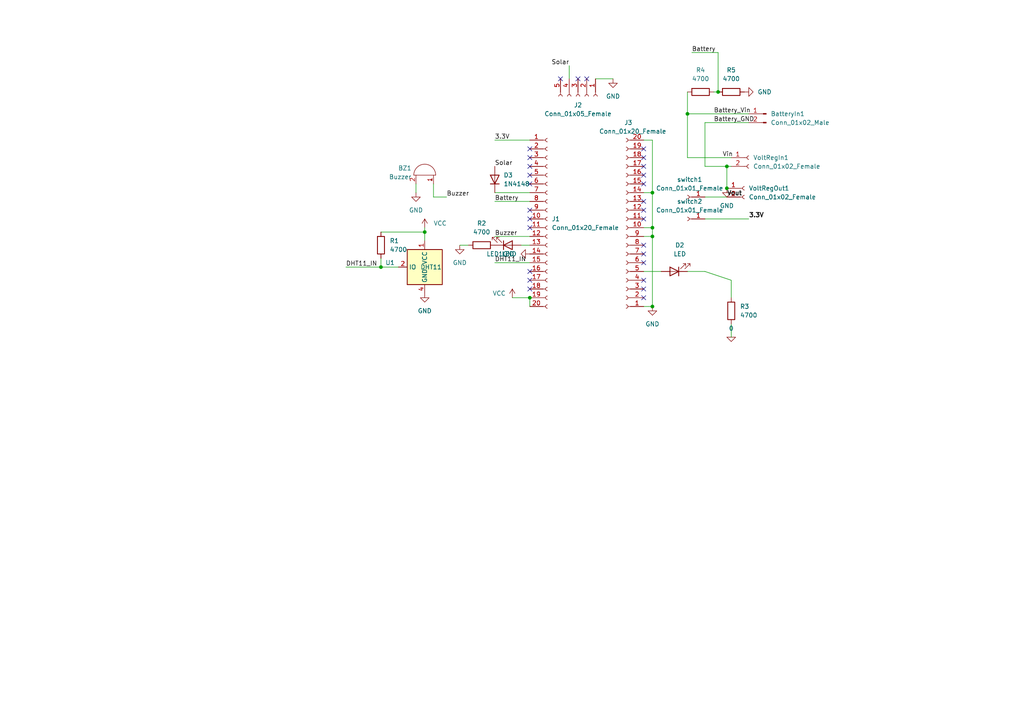
<source format=kicad_sch>
(kicad_sch (version 20211123) (generator eeschema)
  (paper "A4")
  (lib_symbols
    (symbol "Connector:Conn_01x01_Female" (pin_names (offset 1.016) hide)
      (property "Reference" "J" (at 0 2.54 0))
      (property "Value" "Conn_01x01_Female" (at 0 -2.54 0))
      (symbol "Conn_01x01_Female_1_1"
        (polyline (pts (xy -1.27 0) (xy -0.508 0)) (stroke (width 0.1524)))
        (arc (start 0 0.508) (mid -0.508 0) (end 0 -0.508) (stroke (width 0.1524)))
        (pin passive line (at -5.08 0 0) (length 3.81) (name "Pin_1") (number "1"))
      )
    )
    (symbol "Connector:Conn_01x02_Female" (pin_names (offset 1.016) hide)
      (property "Reference" "J" (at 0 2.54 0))
      (property "Value" "Conn_01x02_Female" (at 0 -5.08 0))
      (symbol "Conn_01x02_Female_1_1"
        (arc (start 0 -2.032) (mid -0.508 -2.54) (end 0 -3.048) (stroke (width 0.1524)))
        (polyline (pts (xy -1.27 -2.54) (xy -0.508 -2.54)) (stroke (width 0.1524)))
        (polyline (pts (xy -1.27 0) (xy -0.508 0)) (stroke (width 0.1524)))
        (arc (start 0 0.508) (mid -0.508 0) (end 0 -0.508) (stroke (width 0.1524)))
        (pin passive line (at -5.08 0 0) (length 3.81) (name "Pin_1") (number "1"))
        (pin passive line (at -5.08 -2.54 0) (length 3.81) (name "Pin_2") (number "2"))
      )
    )
    (symbol "Connector:Conn_01x02_Male" (pin_names (offset 1.016) hide)
      (property "Reference" "J" (at 0 2.54 0))
      (property "Value" "Conn_01x02_Male" (at 0 -5.08 0))
      (symbol "Conn_01x02_Male_1_1"
        (polyline (pts (xy 1.27 -2.54) (xy 0.8636 -2.54)) (stroke (width 0.1524)))
        (polyline (pts (xy 1.27 0) (xy 0.8636 0)) (stroke (width 0.1524)))
        (rectangle (start 0.8636 -2.413) (end 0 -2.667) (stroke (width 0.1524)) (fill (type outline)))
        (rectangle (start 0.8636 0.127) (end 0 -0.127) (stroke (width 0.1524)) (fill (type outline)))
        (pin passive line (at 5.08 0 180) (length 3.81) (name "Pin_1") (number "1"))
        (pin passive line (at 5.08 -2.54 180) (length 3.81) (name "Pin_2") (number "2"))
      )
    )
    (symbol "Connector:Conn_01x05_Female" (pin_names (offset 1.016) hide)
      (property "Reference" "J" (at 0 7.62 0))
      (property "Value" "Conn_01x05_Female" (at 0 -7.62 0))
      (symbol "Conn_01x05_Female_1_1"
        (arc (start 0 -4.572) (mid -0.508 -5.08) (end 0 -5.588) (stroke (width 0.1524)))
        (arc (start 0 -2.032) (mid -0.508 -2.54) (end 0 -3.048) (stroke (width 0.1524)))
        (polyline (pts (xy -1.27 -5.08) (xy -0.508 -5.08)) (stroke (width 0.1524)))
        (polyline (pts (xy -1.27 -2.54) (xy -0.508 -2.54)) (stroke (width 0.1524)))
        (polyline (pts (xy -1.27 0) (xy -0.508 0)) (stroke (width 0.1524)))
        (polyline (pts (xy -1.27 2.54) (xy -0.508 2.54)) (stroke (width 0.1524)))
        (polyline (pts (xy -1.27 5.08) (xy -0.508 5.08)) (stroke (width 0.1524)))
        (arc (start 0 0.508) (mid -0.508 0) (end 0 -0.508) (stroke (width 0.1524)))
        (arc (start 0 3.048) (mid -0.508 2.54) (end 0 2.032) (stroke (width 0.1524)))
        (arc (start 0 5.588) (mid -0.508 5.08) (end 0 4.572) (stroke (width 0.1524)))
        (pin passive line (at -5.08 5.08 0) (length 3.81) (name "Pin_1") (number "1"))
        (pin passive line (at -5.08 2.54 0) (length 3.81) (name "Pin_2") (number "2"))
        (pin passive line (at -5.08 0 0) (length 3.81) (name "Pin_3") (number "3"))
        (pin passive line (at -5.08 -2.54 0) (length 3.81) (name "Pin_4") (number "4"))
        (pin passive line (at -5.08 -5.08 0) (length 3.81) (name "Pin_5") (number "5"))
      )
    )
    (symbol "Connector:Conn_01x20_Female" (pin_names (offset 1.016) hide)
      (property "Reference" "J" (at 0 25.4 0))
      (property "Value" "Conn_01x20_Female" (at 0 -27.94 0))
      (symbol "Conn_01x20_Female_1_1"
        (arc (start 0 -24.892) (mid -0.508 -25.4) (end 0 -25.908) (stroke (width 0.1524)))
        (arc (start 0 -22.352) (mid -0.508 -22.86) (end 0 -23.368) (stroke (width 0.1524)))
        (arc (start 0 -19.812) (mid -0.508 -20.32) (end 0 -20.828) (stroke (width 0.1524)))
        (arc (start 0 -17.272) (mid -0.508 -17.78) (end 0 -18.288) (stroke (width 0.1524)))
        (arc (start 0 -14.732) (mid -0.508 -15.24) (end 0 -15.748) (stroke (width 0.1524)))
        (arc (start 0 -12.192) (mid -0.508 -12.7) (end 0 -13.208) (stroke (width 0.1524)))
        (arc (start 0 -9.652) (mid -0.508 -10.16) (end 0 -10.668) (stroke (width 0.1524)))
        (arc (start 0 -7.112) (mid -0.508 -7.62) (end 0 -8.128) (stroke (width 0.1524)))
        (arc (start 0 -4.572) (mid -0.508 -5.08) (end 0 -5.588) (stroke (width 0.1524)))
        (arc (start 0 -2.032) (mid -0.508 -2.54) (end 0 -3.048) (stroke (width 0.1524)))
        (polyline (pts (xy -1.27 -25.4) (xy -0.508 -25.4)) (stroke (width 0.1524)))
        (polyline (pts (xy -1.27 -22.86) (xy -0.508 -22.86)) (stroke (width 0.1524)))
        (polyline (pts (xy -1.27 -20.32) (xy -0.508 -20.32)) (stroke (width 0.1524)))
        (polyline (pts (xy -1.27 -17.78) (xy -0.508 -17.78)) (stroke (width 0.1524)))
        (polyline (pts (xy -1.27 -15.24) (xy -0.508 -15.24)) (stroke (width 0.1524)))
        (polyline (pts (xy -1.27 -12.7) (xy -0.508 -12.7)) (stroke (width 0.1524)))
        (polyline (pts (xy -1.27 -10.16) (xy -0.508 -10.16)) (stroke (width 0.1524)))
        (polyline (pts (xy -1.27 -7.62) (xy -0.508 -7.62)) (stroke (width 0.1524)))
        (polyline (pts (xy -1.27 -5.08) (xy -0.508 -5.08)) (stroke (width 0.1524)))
        (polyline (pts (xy -1.27 -2.54) (xy -0.508 -2.54)) (stroke (width 0.1524)))
        (polyline (pts (xy -1.27 0) (xy -0.508 0)) (stroke (width 0.1524)))
        (polyline (pts (xy -1.27 2.54) (xy -0.508 2.54)) (stroke (width 0.1524)))
        (polyline (pts (xy -1.27 5.08) (xy -0.508 5.08)) (stroke (width 0.1524)))
        (polyline (pts (xy -1.27 7.62) (xy -0.508 7.62)) (stroke (width 0.1524)))
        (polyline (pts (xy -1.27 10.16) (xy -0.508 10.16)) (stroke (width 0.1524)))
        (polyline (pts (xy -1.27 12.7) (xy -0.508 12.7)) (stroke (width 0.1524)))
        (polyline (pts (xy -1.27 15.24) (xy -0.508 15.24)) (stroke (width 0.1524)))
        (polyline (pts (xy -1.27 17.78) (xy -0.508 17.78)) (stroke (width 0.1524)))
        (polyline (pts (xy -1.27 20.32) (xy -0.508 20.32)) (stroke (width 0.1524)))
        (polyline (pts (xy -1.27 22.86) (xy -0.508 22.86)) (stroke (width 0.1524)))
        (arc (start 0 0.508) (mid -0.508 0) (end 0 -0.508) (stroke (width 0.1524)))
        (arc (start 0 3.048) (mid -0.508 2.54) (end 0 2.032) (stroke (width 0.1524)))
        (arc (start 0 5.588) (mid -0.508 5.08) (end 0 4.572) (stroke (width 0.1524)))
        (arc (start 0 8.128) (mid -0.508 7.62) (end 0 7.112) (stroke (width 0.1524)))
        (arc (start 0 10.668) (mid -0.508 10.16) (end 0 9.652) (stroke (width 0.1524)))
        (arc (start 0 13.208) (mid -0.508 12.7) (end 0 12.192) (stroke (width 0.1524)))
        (arc (start 0 15.748) (mid -0.508 15.24) (end 0 14.732) (stroke (width 0.1524)))
        (arc (start 0 18.288) (mid -0.508 17.78) (end 0 17.272) (stroke (width 0.1524)))
        (arc (start 0 20.828) (mid -0.508 20.32) (end 0 19.812) (stroke (width 0.1524)))
        (arc (start 0 23.368) (mid -0.508 22.86) (end 0 22.352) (stroke (width 0.1524)))
        (pin passive line (at -5.08 22.86 0) (length 3.81) (name "Pin_1") (number "1"))
        (pin passive line (at -5.08 0 0) (length 3.81) (name "Pin_10") (number "10"))
        (pin passive line (at -5.08 -2.54 0) (length 3.81) (name "Pin_11") (number "11"))
        (pin passive line (at -5.08 -5.08 0) (length 3.81) (name "Pin_12") (number "12"))
        (pin passive line (at -5.08 -7.62 0) (length 3.81) (name "Pin_13") (number "13"))
        (pin passive line (at -5.08 -10.16 0) (length 3.81) (name "Pin_14") (number "14"))
        (pin passive line (at -5.08 -12.7 0) (length 3.81) (name "Pin_15") (number "15"))
        (pin passive line (at -5.08 -15.24 0) (length 3.81) (name "Pin_16") (number "16"))
        (pin passive line (at -5.08 -17.78 0) (length 3.81) (name "Pin_17") (number "17"))
        (pin passive line (at -5.08 -20.32 0) (length 3.81) (name "Pin_18") (number "18"))
        (pin passive line (at -5.08 -22.86 0) (length 3.81) (name "Pin_19") (number "19"))
        (pin passive line (at -5.08 20.32 0) (length 3.81) (name "Pin_2") (number "2"))
        (pin passive line (at -5.08 -25.4 0) (length 3.81) (name "Pin_20") (number "20"))
        (pin passive line (at -5.08 17.78 0) (length 3.81) (name "Pin_3") (number "3"))
        (pin passive line (at -5.08 15.24 0) (length 3.81) (name "Pin_4") (number "4"))
        (pin passive line (at -5.08 12.7 0) (length 3.81) (name "Pin_5") (number "5"))
        (pin passive line (at -5.08 10.16 0) (length 3.81) (name "Pin_6") (number "6"))
        (pin passive line (at -5.08 7.62 0) (length 3.81) (name "Pin_7") (number "7"))
        (pin passive line (at -5.08 5.08 0) (length 3.81) (name "Pin_8") (number "8"))
        (pin passive line (at -5.08 2.54 0) (length 3.81) (name "Pin_9") (number "9"))
      )
    )
    (symbol "Device:Buzzer" (pin_names (offset 0.0254) hide)
      (property "Reference" "BZ" (at 3.81 1.27 0))
      (property "Value" "Buzzer" (at 3.81 -1.27 0))
      (symbol "Buzzer_0_1"
        (arc (start 0 -3.175) (mid 3.175 0) (end 0 3.175))
        (polyline (pts (xy -1.651 1.905) (xy -1.143 1.905)))
        (polyline (pts (xy -1.397 2.159) (xy -1.397 1.651)))
        (polyline (pts (xy 0 3.175) (xy 0 -3.175)))
      )
      (symbol "Buzzer_1_1"
        (pin passive line (at -2.54 2.54 0) (length 2.54) (name "-") (number "1"))
        (pin passive line (at -2.54 -2.54 0) (length 2.54) (name "+") (number "2"))
      )
    )
    (symbol "Device:LED" (pin_numbers hide) (pin_names (offset 1.016) hide)
      (property "Reference" "D" (at 0 2.54 0))
      (property "Value" "LED" (at 0 -2.54 0))
      (symbol "LED_0_1"
        (polyline (pts (xy -1.27 -1.27) (xy -1.27 1.27)) (stroke (width 0.254)))
        (polyline (pts (xy -1.27 0) (xy 1.27 0)))
        (polyline (pts (xy 1.27 -1.27) (xy 1.27 1.27) (xy -1.27 0) (xy 1.27 -1.27)) (stroke (width 0.254)))
        (polyline (pts (xy -3.048 -0.762) (xy -4.572 -2.286) (xy -3.81 -2.286) (xy -4.572 -2.286) (xy -4.572 -1.524)))
        (polyline (pts (xy -1.778 -0.762) (xy -3.302 -2.286) (xy -2.54 -2.286) (xy -3.302 -2.286) (xy -3.302 -1.524)))
      )
      (symbol "LED_1_1"
        (pin passive line (at -3.81 0 0) (length 2.54) (name "K") (number "1"))
        (pin passive line (at 3.81 0 180) (length 2.54) (name "A") (number "2"))
      )
    )
    (symbol "Device:R" (pin_numbers hide) (pin_names (offset 0))
      (property "Reference" "R" (at 2.032 0 90))
      (property "Value" "R" (at 0 0 90))
      (symbol "R_0_1"
        (rectangle (start -1.016 -2.54) (end 1.016 2.54) (stroke (width 0.254)))
      )
      (symbol "R_1_1"
        (pin passive line (at 0 3.81 270) (length 1.27) (name "~") (number "1"))
        (pin passive line (at 0 -3.81 90) (length 1.27) (name "~") (number "2"))
      )
    )
    (symbol "Diode:1N4148" (pin_numbers hide) (pin_names (offset 1.016) hide)
      (property "Reference" "D" (at 0 2.54 0))
      (property "Value" "1N4148" (at 0 -2.54 0))
      (symbol "1N4148_0_1"
        (polyline (pts (xy -1.27 1.27) (xy -1.27 -1.27)) (stroke (width 0.254)))
        (polyline (pts (xy 1.27 0) (xy -1.27 0)))
        (polyline (pts (xy 1.27 1.27) (xy 1.27 -1.27) (xy -1.27 0) (xy 1.27 1.27)) (stroke (width 0.254)))
      )
      (symbol "1N4148_1_1"
        (pin passive line (at -3.81 0 0) (length 2.54) (name "K") (number "1"))
        (pin passive line (at 3.81 0 180) (length 2.54) (name "A") (number "2"))
      )
    )
    (symbol "Sensor:DHT11"
      (property "Reference" "U" (at -3.81 6.35 0))
      (property "Value" "DHT11" (at 3.81 6.35 0))
      (symbol "DHT11_0_1"
        (rectangle (start -5.08 5.08) (end 5.08 -5.08) (stroke (width 0.254)) (fill (type background)))
      )
      (symbol "DHT11_1_1"
        (pin power_in line (at 0 7.62 270) (length 2.54) (name "VCC") (number "1"))
        (pin bidirectional line (at 7.62 0 180) (length 2.54) (name "IO") (number "2"))
        (pin no_connect line (at -5.08 0 0) (length 2.54) hide (name "NC") (number "3"))
        (pin power_in line (at 0 -7.62 90) (length 2.54) (name "GND") (number "4"))
      )
    )
    (symbol "power:GND" (power) (pin_names (offset 0))
      (property "Value" "GND" (at 0 -3.81 0))
      (symbol "GND_0_1"
        (polyline (pts (xy 0 0) (xy 0 -1.27) (xy 1.27 -1.27) (xy 0 -2.54) (xy -1.27 -1.27) (xy 0 -1.27)))
      )
      (symbol "GND_1_1"
        (pin power_in line (at 0 0 270) (length 0) hide (name "GND") (number "1"))
      )
    )
    (symbol "power:VCC" (power) (pin_names (offset 0))
      (property "Value" "VCC" (at 0 3.81 0))
      (symbol "VCC_0_1"
        (polyline (pts (xy -0.762 1.27) (xy 0 2.54)))
        (polyline (pts (xy 0 0) (xy 0 2.54)))
        (polyline (pts (xy 0 2.54) (xy 0.762 1.27)))
      )
      (symbol "VCC_1_1"
        (pin power_in line (at 0 0 90) (length 0) hide (name "VCC") (number "1"))
      )
    )
    (symbol "pspice:0" (power) (pin_names (offset 0))
      (property "Value" "0" (at 0 -1.778 0))
      (symbol "0_0_1"
        (polyline (pts (xy -1.27 0) (xy 0 -1.27) (xy 1.27 0) (xy -1.27 0)))
      )
      (symbol "0_1_1"
        (pin power_in line (at 0 0 0) (length 0) hide (name "0") (number "1"))
      )
    )
  )
  (junction (at 110.49 77.47))
  (junction (at 210.82 48.26))
  (junction (at 189.23 88.9))
  (junction (at 210.82 54.61))
  (junction (at 153.67 86.36))
  (junction (at 189.23 66.04))
  (junction (at 189.23 68.58))
  (junction (at 208.28 26.67))
  (junction (at 123.19 67.31))
  (junction (at 189.23 55.88))
  (junction (at 199.39 33.02))
  (no_connect (at 153.67 81.28))
  (no_connect (at 153.67 78.74))
  (no_connect (at 153.67 66.04))
  (no_connect (at 162.56 22.86))
  (no_connect (at 186.69 86.36))
  (no_connect (at 186.69 83.82))
  (no_connect (at 186.69 50.8))
  (no_connect (at 186.69 48.26))
  (no_connect (at 186.69 45.72))
  (no_connect (at 186.69 43.18))
  (no_connect (at 186.69 60.96))
  (no_connect (at 186.69 58.42))
  (no_connect (at 186.69 53.34))
  (no_connect (at 153.67 43.18))
  (no_connect (at 186.69 76.2))
  (no_connect (at 186.69 73.66))
  (no_connect (at 186.69 71.12))
  (no_connect (at 186.69 81.28))
  (no_connect (at 186.69 63.5))
  (no_connect (at 153.67 83.82))
  (no_connect (at 153.67 53.34))
  (no_connect (at 153.67 50.8))
  (no_connect (at 153.67 48.26))
  (no_connect (at 153.67 45.72))
  (no_connect (at 153.67 63.5))
  (no_connect (at 153.67 60.96))
  (no_connect (at 170.18 22.86))
  (no_connect (at 167.64 22.86))
  (wire (pts (xy 204.47 78.74) (xy 199.39 78.74)))
  (wire (pts (xy 143.51 68.58) (xy 153.67 68.58)))
  (wire (pts (xy 100.33 77.47) (xy 110.49 77.47)))
  (wire (pts (xy 151.13 71.12) (xy 153.67 71.12)))
  (wire (pts (xy 153.67 86.36) (xy 153.67 88.9)))
  (wire (pts (xy 199.39 33.02) (xy 199.39 45.72)))
  (wire (pts (xy 189.23 55.88) (xy 189.23 66.04)))
  (wire (pts (xy 133.35 71.12) (xy 135.89 71.12)))
  (wire (pts (xy 186.69 88.9) (xy 189.23 88.9)))
  (wire (pts (xy 210.82 54.61) (xy 210.82 48.26)))
  (wire (pts (xy 208.28 15.24) (xy 208.28 26.67)))
  (wire (pts (xy 110.49 74.93) (xy 110.49 77.47)))
  (wire (pts (xy 210.82 57.15) (xy 204.47 57.15)))
  (wire (pts (xy 120.65 53.34) (xy 120.65 55.88)))
  (wire (pts (xy 199.39 33.02) (xy 217.17 33.02)))
  (wire (pts (xy 110.49 77.47) (xy 115.57 77.47)))
  (wire (pts (xy 189.23 68.58) (xy 189.23 88.9)))
  (wire (pts (xy 207.01 26.67) (xy 208.28 26.67)))
  (wire (pts (xy 186.69 78.74) (xy 191.77 78.74)))
  (wire (pts (xy 165.1 19.05) (xy 165.1 22.86)))
  (wire (pts (xy 210.82 48.26) (xy 212.09 48.26)))
  (wire (pts (xy 172.72 22.86) (xy 177.8 22.86)))
  (wire (pts (xy 148.59 86.36) (xy 153.67 86.36)))
  (wire (pts (xy 186.69 55.88) (xy 189.23 55.88)))
  (wire (pts (xy 212.09 81.28) (xy 212.09 86.36)))
  (wire (pts (xy 186.69 68.58) (xy 189.23 68.58)))
  (wire (pts (xy 212.09 93.98) (xy 212.09 97.79)))
  (wire (pts (xy 143.51 58.42) (xy 153.67 58.42)))
  (wire (pts (xy 199.39 45.72) (xy 212.09 45.72)))
  (wire (pts (xy 186.69 40.64) (xy 189.23 40.64)))
  (wire (pts (xy 143.51 76.2) (xy 153.67 76.2)))
  (wire (pts (xy 186.69 66.04) (xy 189.23 66.04)))
  (wire (pts (xy 189.23 66.04) (xy 189.23 68.58)))
  (wire (pts (xy 204.47 48.26) (xy 210.82 48.26)))
  (wire (pts (xy 143.51 40.64) (xy 153.67 40.64)))
  (wire (pts (xy 123.19 67.31) (xy 123.19 66.04)))
  (wire (pts (xy 204.47 78.74) (xy 212.09 81.28)))
  (wire (pts (xy 110.49 67.31) (xy 123.19 67.31)))
  (wire (pts (xy 125.73 57.15) (xy 125.73 53.34)))
  (wire (pts (xy 143.51 55.88) (xy 153.67 55.88)))
  (wire (pts (xy 204.47 35.56) (xy 217.17 35.56)))
  (wire (pts (xy 123.19 67.31) (xy 123.19 69.85)))
  (wire (pts (xy 204.47 63.5) (xy 217.17 63.5)))
  (wire (pts (xy 200.66 15.24) (xy 208.28 15.24)))
  (wire (pts (xy 204.47 35.56) (xy 204.47 48.26)))
  (wire (pts (xy 199.39 33.02) (xy 199.39 26.67)))
  (wire (pts (xy 125.73 57.15) (xy 129.54 57.15)))
  (wire (pts (xy 189.23 40.64) (xy 189.23 55.88)))
  (label "Solar" (at 143.51 48.26 0))
  (label "Vout" (at 210.82 57.15 0) (effects (font bold)))
  (label "Vin" (at 209.55 45.72 0))
  (label "Battery" (at 200.66 15.24 0))
  (label "Battery_GND" (at 207.01 35.56 0))
  (label "3.3V" (at 217.17 63.5 0) (effects (font bold)))
  (label "3.3V" (at 143.51 40.64 0))
  (label "DHT11_IN" (at 100.33 77.47 0))
  (label "Battery_Vin" (at 207.01 33.02 0))
  (label "Buzzer" (at 129.54 57.15 0))
  (label "Battery" (at 143.51 58.42 0))
  (label "Solar" (at 165.1 19.05 180))
  (label "DHT11_IN" (at 143.51 76.2 0))
  (label "Buzzer" (at 143.51 68.58 0))
  (symbol (lib_id "Device:LED") (at 147.32 71.12 0) (mirror x) (unit 1)
    (property "Reference" "LED1" (at 143.51 73.66 0))
    (property "Value" "LED" (at 147.32 73.66 0))
    (property "Footprint" "LED_THT:LED_D3.0mm" (effects hide))
  )
  (symbol (lib_id "power:GND") (at 210.82 54.61 0) (unit 1)
    (property "Reference" "#PWR0108" (effects hide))
    (property "Value" "GND" (at 210.82 59.69 0))
  )
  (symbol (lib_id "power:VCC") (at 148.59 86.36 0) (unit 1)
    (property "Reference" "#PWR0101" (effects hide))
    (property "Value" "VCC" (at 144.78 85.09 0))
  )
  (symbol (lib_id "power:GND") (at 133.35 71.12 0) (unit 1)
    (property "Reference" "#PWR0102" (effects hide))
    (property "Value" "GND" (at 133.35 76.2 0))
  )
  (symbol (lib_id "Connector:Conn_01x20_Female") (at 181.61 66.04 180) (unit 1)
    (property "Reference" "J3" (at 182.245 35.56 0))
    (property "Value" "Conn_01x20_Female" (at 183.515 38.1 0))
    (property "Footprint" "Connector_PinSocket_2.54mm:PinSocket_1x20_P2.54mm_Vertical" (effects hide))
  )
  (symbol (lib_id "Connector:Conn_01x01_Female") (at 199.39 63.5 180) (unit 1)
    (property "Reference" "switch2" (at 200.025 58.42 0))
    (property "Value" "Conn_01x01_Female" (at 200.025 60.96 0))
    (property "Footprint" "Connector_PinSocket_2.54mm:PinSocket_1x01_P2.54mm_Vertical" (effects hide))
  )
  (symbol (lib_id "Device:R") (at 203.2 26.67 90) (unit 1)
    (property "Reference" "R4" (at 203.2 20.32 90))
    (property "Value" "4700" (at 203.2 22.86 90))
    (property "Footprint" "Resistor_THT:R_Axial_DIN0207_L6.3mm_D2.5mm_P7.62mm_Horizontal" (effects hide))
  )
  (symbol (lib_id "Connector:Conn_01x20_Female") (at 158.75 63.5 0) (unit 1)
    (property "Reference" "J1" (at 160.02 63.4999 0) (effects (justify left)))
    (property "Value" "Conn_01x20_Female" (at 160.02 66.0399 0) (effects (justify left)))
    (property "Footprint" "Connector_PinSocket_2.54mm:PinSocket_1x20_P2.54mm_Vertical" (effects hide))
  )
  (symbol (lib_id "power:GND") (at 120.65 55.88 0) (unit 1)
    (property "Reference" "#PWR0106" (effects hide))
    (property "Value" "GND" (at 120.65 60.96 0))
  )
  (symbol (lib_id "power:GND") (at 123.19 85.09 0) (unit 1)
    (property "Reference" "#PWR0107" (effects hide))
    (property "Value" "GND" (at 123.19 90.17 0))
  )
  (symbol (lib_id "power:GND") (at 215.9 26.67 90) (unit 1)
    (property "Reference" "#PWR0109" (effects hide))
    (property "Value" "GND" (at 219.71 26.6699 90) (effects (justify right)))
  )
  (symbol (lib_id "power:VCC") (at 123.19 66.04 0) (unit 1)
    (property "Reference" "#PWR0105" (effects hide))
    (property "Value" "VCC" (at 125.73 64.7699 0) (effects (justify left)))
  )
  (symbol (lib_id "Device:Buzzer") (at 123.19 50.8 270) (mirror x) (unit 1)
    (property "Reference" "BZ1" (at 119.38 48.7679 90) (effects (justify right)))
    (property "Value" "Buzzer" (at 119.38 51.3079 90) (effects (justify right)))
    (property "Footprint" "Buzzer_Beeper:Buzzer_12x9.5RM7.6" (effects hide))
  )
  (symbol (lib_id "power:GND") (at 153.67 73.66 270) (unit 1)
    (property "Reference" "#PWR0110" (effects hide))
    (property "Value" "GND" (at 149.86 73.6599 90) (effects (justify right)))
  )
  (symbol (lib_id "Connector:Conn_01x02_Male") (at 222.25 33.02 0) (mirror y) (unit 1)
    (property "Reference" "BatteryIn1" (at 223.52 33.0199 0) (effects (justify right)))
    (property "Value" "Conn_01x02_Male" (at 223.52 35.5599 0) (effects (justify right)))
    (property "Footprint" "Connector_PinHeader_2.54mm:PinHeader_1x02_P2.54mm_Vertical" (effects hide))
  )
  (symbol (lib_id "Connector:Conn_01x02_Female") (at 217.17 45.72 0) (unit 1)
    (property "Reference" "VoltRegIn1" (at 218.44 45.7199 0) (effects (justify left)))
    (property "Value" "Conn_01x02_Female" (at 218.44 48.2599 0) (effects (justify left)))
    (property "Footprint" "Connector_PinSocket_2.54mm:PinSocket_1x02_P2.54mm_Vertical" (effects hide))
  )
  (symbol (lib_id "Device:R") (at 212.09 26.67 90) (unit 1)
    (property "Reference" "R5" (at 212.09 20.32 90))
    (property "Value" "4700" (at 212.09 22.86 90))
    (property "Footprint" "Resistor_THT:R_Axial_DIN0207_L6.3mm_D2.5mm_P7.62mm_Horizontal" (effects hide))
  )
  (symbol (lib_id "Connector:Conn_01x01_Female") (at 199.39 57.15 180) (unit 1)
    (property "Reference" "switch1" (at 200.025 52.07 0))
    (property "Value" "Conn_01x01_Female" (at 200.025 54.61 0))
    (property "Footprint" "Connector_PinSocket_2.54mm:PinSocket_1x01_P2.54mm_Vertical" (effects hide))
  )
  (symbol (lib_id "Diode:1N4148") (at 143.51 52.07 90) (unit 1)
    (property "Reference" "D3" (at 146.05 50.7999 90) (effects (justify right)))
    (property "Value" "1N4148" (at 146.05 53.3399 90) (effects (justify right)))
    (property "Footprint" "Diode_THT:D_DO-35_SOD27_P7.62mm_Horizontal" (effects hide))
    (property "Datasheet" "https://assets.nexperia.com/documents/data-sheet/1N4148_1N4448.pdf" (effects hide))
  )
  (symbol (lib_id "Connector:Conn_01x02_Female") (at 215.9 54.61 0) (unit 1)
    (property "Reference" "VoltRegOut1" (at 217.17 54.6099 0) (effects (justify left)))
    (property "Value" "Conn_01x02_Female" (at 217.17 57.1499 0) (effects (justify left)))
    (property "Footprint" "Connector_PinSocket_2.54mm:PinSocket_1x02_P2.54mm_Vertical" (effects hide))
  )
  (symbol (lib_id "power:GND") (at 189.23 88.9 0) (unit 1)
    (property "Reference" "#PWR0104" (effects hide))
    (property "Value" "GND" (at 189.23 93.98 0))
  )
  (symbol (lib_id "Sensor:DHT11") (at 123.19 77.47 0) (mirror y) (unit 1)
    (property "Reference" "U1" (at 111.76 76.1999 0) (effects (justify right)))
    (property "Value" "DHT11" (at 121.92 77.47 0) (effects (justify right)))
    (property "Footprint" "Sensor:Aosong_DHT11_5.5x12.0_P2.54mm" (effects hide))
    (property "Datasheet" "http://akizukidenshi.com/download/ds/aosong/DHT11.pdf" (effects hide))
  )
  (symbol (lib_id "Device:R") (at 110.49 71.12 0) (unit 1)
    (property "Reference" "R1" (at 113.03 69.8499 0) (effects (justify left)))
    (property "Value" "4700" (at 113.03 72.3899 0) (effects (justify left)))
    (property "Footprint" "Resistor_THT:R_Axial_DIN0207_L6.3mm_D2.5mm_P7.62mm_Horizontal" (effects hide))
  )
  (symbol (lib_id "Connector:Conn_01x05_Female") (at 167.64 27.94 270) (unit 1)
    (property "Reference" "J2" (at 167.64 30.48 90))
    (property "Value" "Conn_01x05_Female" (at 167.64 33.02 90))
    (property "Footprint" "Connector_PinSocket_2.54mm:PinSocket_1x05_P2.54mm_Vertical" (effects hide))
  )
  (symbol (lib_id "Device:LED") (at 195.58 78.74 180) (unit 1)
    (property "Reference" "D2" (at 197.1675 71.12 0))
    (property "Value" "LED" (at 197.1675 73.66 0))
    (property "Footprint" "LED_THT:LED_D3.0mm" (effects hide))
  )
  (symbol (lib_id "Device:R") (at 212.09 90.17 0) (unit 1)
    (property "Reference" "R3" (at 214.63 88.8999 0) (effects (justify left)))
    (property "Value" "4700" (at 214.63 91.4399 0) (effects (justify left)))
    (property "Footprint" "Resistor_THT:R_Axial_DIN0207_L6.3mm_D2.5mm_P7.62mm_Horizontal" (effects hide))
  )
  (symbol (lib_id "pspice:0") (at 212.09 97.79 0) (unit 1)
    (property "Reference" "#GND0101" (effects hide))
    (property "Value" "0" (at 212.09 95.25 0))
  )
  (symbol (lib_id "power:GND") (at 177.8 22.86 0) (unit 1)
    (property "Reference" "#PWR0103" (effects hide))
    (property "Value" "GND" (at 177.8 27.94 0))
  )
  (symbol (lib_id "Device:R") (at 139.7 71.12 90) (unit 1)
    (property "Reference" "R2" (at 139.7 64.77 90))
    (property "Value" "4700" (at 139.7 67.31 90))
    (property "Footprint" "Resistor_THT:R_Axial_DIN0207_L6.3mm_D2.5mm_P7.62mm_Horizontal" (effects hide))
  )
)
</source>
